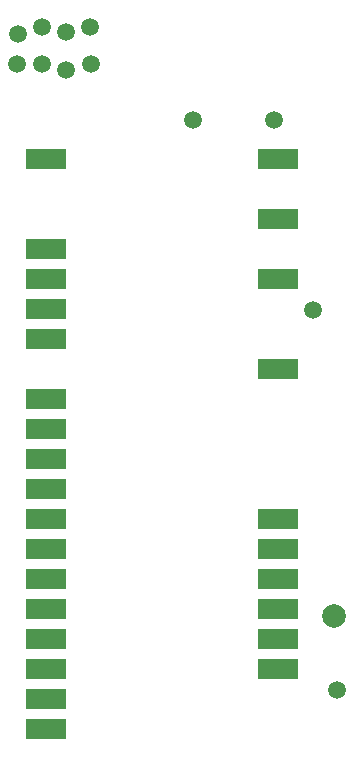
<source format=gbr>
%TF.GenerationSoftware,KiCad,Pcbnew,7.0.7*%
%TF.CreationDate,2023-10-06T13:44:46-06:00*%
%TF.ProjectId,pico_flatflex,7069636f-5f66-46c6-9174-666c65782e6b,rev?*%
%TF.SameCoordinates,Original*%
%TF.FileFunction,Soldermask,Top*%
%TF.FilePolarity,Negative*%
%FSLAX46Y46*%
G04 Gerber Fmt 4.6, Leading zero omitted, Abs format (unit mm)*
G04 Created by KiCad (PCBNEW 7.0.7) date 2023-10-06 13:44:46*
%MOMM*%
%LPD*%
G01*
G04 APERTURE LIST*
%ADD10R,3.500000X1.700000*%
%ADD11C,1.500000*%
%ADD12C,2.000000*%
G04 APERTURE END LIST*
D10*
%TO.C,REF\u002A\u002A*%
X24500000Y-106680000D03*
X24500000Y-114300000D03*
X24500000Y-116840000D03*
X24500000Y-119380000D03*
X24500000Y-121920000D03*
X24500000Y-127000000D03*
X24500000Y-129540000D03*
X24500000Y-132080000D03*
X24500000Y-134620000D03*
X24500000Y-137160000D03*
X24500000Y-139700000D03*
X24500000Y-142240000D03*
X24500000Y-144780000D03*
X24500000Y-147320000D03*
X24500000Y-149860000D03*
X24500000Y-152400000D03*
X24500000Y-154940000D03*
X44080000Y-149860000D03*
X44080000Y-147320000D03*
X44080000Y-144780000D03*
X44080000Y-142240000D03*
X44080000Y-139700000D03*
X44080000Y-137160000D03*
X44080000Y-124460000D03*
X44080000Y-116840000D03*
X44080000Y-111760000D03*
X44080000Y-106680000D03*
%TD*%
D11*
%TO.C,REF\u002A\u002A*%
X49149000Y-151638000D03*
%TD*%
%TO.C,REF\u002A\u002A*%
X43815000Y-103378000D03*
%TD*%
%TO.C,\u002A\u002AREF*%
X36957000Y-103378000D03*
%TD*%
%TO.C,REF\u002A\u002A*%
X22047200Y-98653600D03*
%TD*%
%TO.C,REF\u002A\u002A*%
X28194000Y-95504000D03*
%TD*%
%TO.C,REF\u002A\u002A*%
X26162000Y-95961200D03*
%TD*%
%TO.C,REF\u002A\u002A*%
X24130000Y-98653600D03*
%TD*%
%TO.C,REF\u002A\u002A*%
X22098000Y-96088200D03*
%TD*%
%TO.C,REF\u002A\u002A*%
X28244800Y-98628200D03*
%TD*%
D12*
%TO.C,REF\u002A\u002A*%
X48895000Y-145415000D03*
%TD*%
D11*
%TO.C,REF\u002A\u002A*%
X24130000Y-95504000D03*
%TD*%
%TO.C,REF\u002A\u002A*%
X47117000Y-119507000D03*
%TD*%
%TO.C,REF\u002A\u002A*%
X26162000Y-99136200D03*
%TD*%
M02*

</source>
